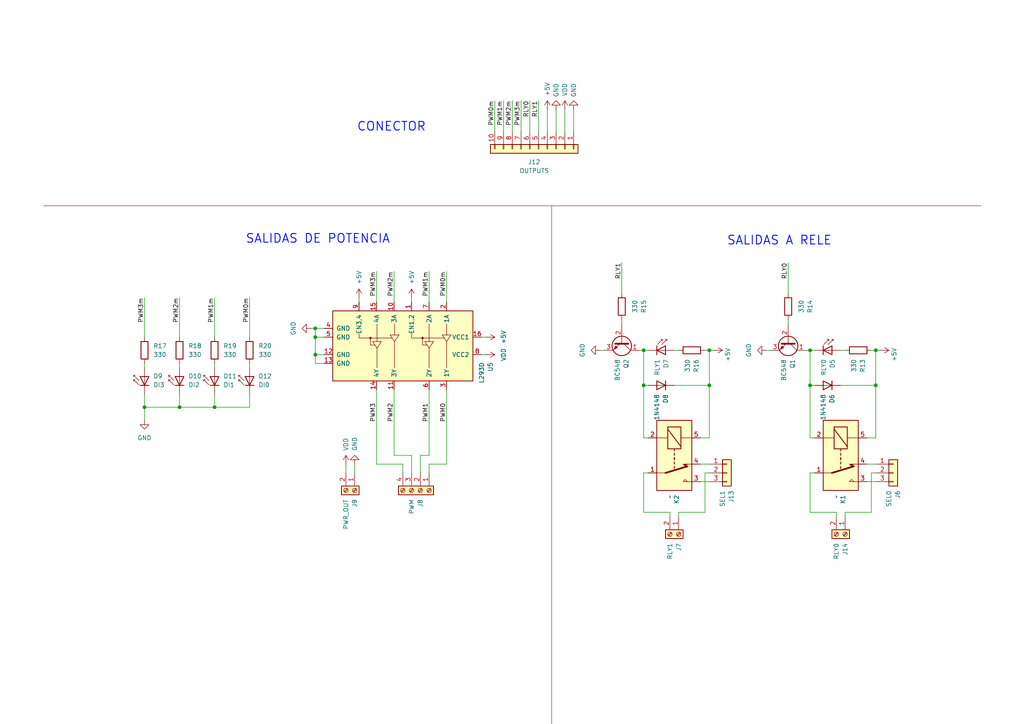
<source format=kicad_sch>
(kicad_sch (version 20231120) (generator "eeschema") (generator_version "8.0")
  (paper "A4")
  (lib_symbols
    (symbol "Codigo_lib:Relay"
      (property "Reference" "K" (at -1.016 -9.906 0))
      (symbol "Relay_0_0"
        (polyline (pts (xy 2.54 3.81) (xy 2.54 5.08)))
        (polyline (pts (xy 7.62 3.81) (xy 7.62 5.08)))
        (polyline (pts (xy 7.62 3.81) (xy 7.62 2.54) (xy 6.985 3.175) (xy 7.62 3.81)))
      )
      (symbol "Relay_0_1"
        (rectangle (start -10.16 5.08) (end 10.16 -5.08) (stroke (width 0.254)) (fill (type background)))
        (rectangle (start -8.255 1.905) (end -1.905 -1.905) (stroke (width 0.254)))
        (polyline (pts (xy -7.62 -1.905) (xy -2.54 1.905)) (stroke (width 0.254)))
        (polyline (pts (xy -5.08 -5.08) (xy -5.08 -1.905)))
        (polyline (pts (xy -5.08 5.08) (xy -5.08 1.905)))
        (polyline (pts (xy -1.905 0) (xy -1.27 0)) (stroke (width 0.254)))
        (polyline (pts (xy -0.635 0) (xy 0 0)) (stroke (width 0.254)))
        (polyline (pts (xy 0.635 0) (xy 1.27 0)) (stroke (width 0.254)))
        (polyline (pts (xy 0.635 0) (xy 1.27 0)) (stroke (width 0.254)))
        (polyline (pts (xy 1.905 0) (xy 2.54 0)) (stroke (width 0.254)))
        (polyline (pts (xy 3.175 0) (xy 3.81 0)) (stroke (width 0.254)))
        (polyline (pts (xy 5.08 -2.54) (xy 3.175 3.81)) (stroke (width 0.508)))
        (polyline (pts (xy 5.08 -2.54) (xy 5.08 -5.08)))
        (polyline (pts (xy 2.54 2.54) (xy 2.54 3.81) (xy 2.54 2.54) (xy 2.54 2.54) (xy 3.175 3.175) (xy 2.54 3.81)) (fill (type outline)))
      )
      (symbol "Relay_1_1"
        (pin passive line (at 5.08 -7.62 90) (length 2.54) (name "~") (number "1"))
        (pin passive line (at -5.08 -7.62 90) (length 2.54) (name "~") (number "2"))
        (pin passive line (at 7.62 7.62 270) (length 2.54) (name "~") (number "3"))
        (pin passive line (at 2.54 7.62 270) (length 2.54) (name "~") (number "4"))
        (pin passive line (at -5.08 7.62 270) (length 2.54) (name "~") (number "5"))
      )
    )
    (symbol "Connector:Screw_Terminal_01x02" (pin_names (offset 1.016) hide)
      (property "Reference" "J" (at 0 2.54 0))
      (property "Value" "Screw_Terminal_01x02" (at 0 -5.08 0))
      (symbol "Screw_Terminal_01x02_1_1"
        (rectangle (start -1.27 1.27) (end 1.27 -3.81) (stroke (width 0.254)) (fill (type background)))
        (circle (center 0 -2.54) (radius 0.635) (stroke (width 0.1524)))
        (polyline (pts (xy -0.5334 -2.2098) (xy 0.3302 -3.048)) (stroke (width 0.1524)))
        (polyline (pts (xy -0.5334 0.3302) (xy 0.3302 -0.508)) (stroke (width 0.1524)))
        (polyline (pts (xy -0.3556 -2.032) (xy 0.508 -2.8702)) (stroke (width 0.1524)))
        (polyline (pts (xy -0.3556 0.508) (xy 0.508 -0.3302)) (stroke (width 0.1524)))
        (circle (center 0 0) (radius 0.635) (stroke (width 0.1524)))
        (pin passive line (at -5.08 0 0) (length 3.81) (name "Pin_1") (number "1"))
        (pin passive line (at -5.08 -2.54 0) (length 3.81) (name "Pin_2") (number "2"))
      )
    )
    (symbol "Connector:Screw_Terminal_01x04" (pin_names (offset 1.016) hide)
      (property "Reference" "J" (at 0 5.08 0))
      (property "Value" "Screw_Terminal_01x04" (at 0 -7.62 0))
      (symbol "Screw_Terminal_01x04_1_1"
        (rectangle (start -1.27 3.81) (end 1.27 -6.35) (stroke (width 0.254)) (fill (type background)))
        (circle (center 0 -5.08) (radius 0.635) (stroke (width 0.1524)))
        (circle (center 0 -2.54) (radius 0.635) (stroke (width 0.1524)))
        (polyline (pts (xy -0.5334 -4.7498) (xy 0.3302 -5.588)) (stroke (width 0.1524)))
        (polyline (pts (xy -0.5334 -2.2098) (xy 0.3302 -3.048)) (stroke (width 0.1524)))
        (polyline (pts (xy -0.5334 0.3302) (xy 0.3302 -0.508)) (stroke (width 0.1524)))
        (polyline (pts (xy -0.5334 2.8702) (xy 0.3302 2.032)) (stroke (width 0.1524)))
        (polyline (pts (xy -0.3556 -4.572) (xy 0.508 -5.4102)) (stroke (width 0.1524)))
        (polyline (pts (xy -0.3556 -2.032) (xy 0.508 -2.8702)) (stroke (width 0.1524)))
        (polyline (pts (xy -0.3556 0.508) (xy 0.508 -0.3302)) (stroke (width 0.1524)))
        (polyline (pts (xy -0.3556 3.048) (xy 0.508 2.2098)) (stroke (width 0.1524)))
        (circle (center 0 0) (radius 0.635) (stroke (width 0.1524)))
        (circle (center 0 2.54) (radius 0.635) (stroke (width 0.1524)))
        (pin passive line (at -5.08 2.54 0) (length 3.81) (name "Pin_1") (number "1"))
        (pin passive line (at -5.08 0 0) (length 3.81) (name "Pin_2") (number "2"))
        (pin passive line (at -5.08 -2.54 0) (length 3.81) (name "Pin_3") (number "3"))
        (pin passive line (at -5.08 -5.08 0) (length 3.81) (name "Pin_4") (number "4"))
      )
    )
    (symbol "Connector_Generic:Conn_01x03" (pin_names (offset 1.016) hide)
      (property "Reference" "J" (at 0 5.08 0))
      (property "Value" "Conn_01x03" (at 0 -5.08 0))
      (symbol "Conn_01x03_1_1"
        (rectangle (start -1.27 -2.413) (end 0 -2.667) (stroke (width 0.1524)))
        (rectangle (start -1.27 0.127) (end 0 -0.127) (stroke (width 0.1524)))
        (rectangle (start -1.27 2.667) (end 0 2.413) (stroke (width 0.1524)))
        (rectangle (start -1.27 3.81) (end 1.27 -3.81) (stroke (width 0.254)) (fill (type background)))
        (pin passive line (at -5.08 2.54 0) (length 3.81) (name "Pin_1") (number "1"))
        (pin passive line (at -5.08 0 0) (length 3.81) (name "Pin_2") (number "2"))
        (pin passive line (at -5.08 -2.54 0) (length 3.81) (name "Pin_3") (number "3"))
      )
    )
    (symbol "Connector_Generic:Conn_01x10" (pin_names (offset 1.016) hide)
      (property "Reference" "J" (at 0 12.7 0))
      (property "Value" "Conn_01x10" (at 0 -15.24 0))
      (symbol "Conn_01x10_1_1"
        (rectangle (start -1.27 -12.573) (end 0 -12.827) (stroke (width 0.1524)))
        (rectangle (start -1.27 -10.033) (end 0 -10.287) (stroke (width 0.1524)))
        (rectangle (start -1.27 -7.493) (end 0 -7.747) (stroke (width 0.1524)))
        (rectangle (start -1.27 -4.953) (end 0 -5.207) (stroke (width 0.1524)))
        (rectangle (start -1.27 -2.413) (end 0 -2.667) (stroke (width 0.1524)))
        (rectangle (start -1.27 0.127) (end 0 -0.127) (stroke (width 0.1524)))
        (rectangle (start -1.27 2.667) (end 0 2.413) (stroke (width 0.1524)))
        (rectangle (start -1.27 5.207) (end 0 4.953) (stroke (width 0.1524)))
        (rectangle (start -1.27 7.747) (end 0 7.493) (stroke (width 0.1524)))
        (rectangle (start -1.27 10.287) (end 0 10.033) (stroke (width 0.1524)))
        (rectangle (start -1.27 11.43) (end 1.27 -13.97) (stroke (width 0.254)) (fill (type background)))
        (pin passive line (at -5.08 10.16 0) (length 3.81) (name "Pin_1") (number "1"))
        (pin passive line (at -5.08 -12.7 0) (length 3.81) (name "Pin_10") (number "10"))
        (pin passive line (at -5.08 7.62 0) (length 3.81) (name "Pin_2") (number "2"))
        (pin passive line (at -5.08 5.08 0) (length 3.81) (name "Pin_3") (number "3"))
        (pin passive line (at -5.08 2.54 0) (length 3.81) (name "Pin_4") (number "4"))
        (pin passive line (at -5.08 0 0) (length 3.81) (name "Pin_5") (number "5"))
        (pin passive line (at -5.08 -2.54 0) (length 3.81) (name "Pin_6") (number "6"))
        (pin passive line (at -5.08 -5.08 0) (length 3.81) (name "Pin_7") (number "7"))
        (pin passive line (at -5.08 -7.62 0) (length 3.81) (name "Pin_8") (number "8"))
        (pin passive line (at -5.08 -10.16 0) (length 3.81) (name "Pin_9") (number "9"))
      )
    )
    (symbol "Device:R" (pin_numbers hide) (pin_names (offset 0))
      (property "Reference" "R" (at 2.032 0 90))
      (property "Value" "R" (at 0 0 90))
      (symbol "R_0_1"
        (rectangle (start -1.016 -2.54) (end 1.016 2.54) (stroke (width 0.254)))
      )
      (symbol "R_1_1"
        (pin passive line (at 0 3.81 270) (length 1.27) (name "~") (number "1"))
        (pin passive line (at 0 -3.81 90) (length 1.27) (name "~") (number "2"))
      )
    )
    (symbol "Diode:1N4148" (pin_numbers hide) (pin_names hide)
      (property "Reference" "D" (at 0 2.54 0))
      (property "Value" "1N4148" (at 0 -2.54 0))
      (symbol "1N4148_0_1"
        (polyline (pts (xy -1.27 1.27) (xy -1.27 -1.27)) (stroke (width 0.254)))
        (polyline (pts (xy 1.27 0) (xy -1.27 0)))
        (polyline (pts (xy 1.27 1.27) (xy 1.27 -1.27) (xy -1.27 0) (xy 1.27 1.27)) (stroke (width 0.254)))
      )
      (symbol "1N4148_1_1"
        (pin passive line (at -3.81 0 0) (length 2.54) (name "K") (number "1"))
        (pin passive line (at 3.81 0 180) (length 2.54) (name "A") (number "2"))
      )
    )
    (symbol "Driver_Motor:L293D" (pin_names (offset 1.016))
      (property "Reference" "U" (at -5.08 26.035 0))
      (property "Value" "L293D" (at -5.08 24.13 0))
      (symbol "L293D_0_1"
        (rectangle (start -10.16 22.86) (end 10.16 -17.78) (stroke (width 0.254)) (fill (type background)))
        (circle (center -2.286 -6.858) (radius 0.254) (fill (type outline)))
        (circle (center -2.286 8.255) (radius 0.254) (fill (type outline)))
        (polyline (pts (xy -6.35 -4.953) (xy -1.27 -4.953)))
        (polyline (pts (xy -6.35 0.127) (xy -3.175 0.127)))
        (polyline (pts (xy -6.35 10.16) (xy -1.27 10.16)))
        (polyline (pts (xy -6.35 15.24) (xy -3.175 15.24)))
        (polyline (pts (xy -1.27 0.127) (xy 6.35 0.127)))
        (polyline (pts (xy -1.27 15.24) (xy 6.35 15.24)))
        (polyline (pts (xy 0.635 -4.953) (xy 6.35 -4.953)))
        (polyline (pts (xy 0.635 10.16) (xy 6.35 10.16)))
        (polyline (pts (xy -2.286 -6.858) (xy -0.254 -6.858) (xy -0.254 -5.588)))
        (polyline (pts (xy -2.286 -0.635) (xy -2.286 -10.16) (xy -3.556 -10.16)))
        (polyline (pts (xy -2.286 8.255) (xy -0.254 8.255) (xy -0.254 9.525)))
        (polyline (pts (xy -2.286 14.478) (xy -2.286 5.08) (xy -3.556 5.08)))
        (polyline (pts (xy -3.175 1.397) (xy -3.175 -1.143) (xy -1.27 0.127) (xy -3.175 1.397)))
        (polyline (pts (xy -3.175 16.51) (xy -3.175 13.97) (xy -1.27 15.24) (xy -3.175 16.51)))
        (polyline (pts (xy -1.27 -3.683) (xy -1.27 -6.223) (xy 0.635 -4.953) (xy -1.27 -3.683)))
        (polyline (pts (xy -1.27 11.43) (xy -1.27 8.89) (xy 0.635 10.16) (xy -1.27 11.43)))
      )
      (symbol "L293D_1_1"
        (pin input line (at -12.7 5.08 0) (length 2.54) (name "EN1,2") (number "1"))
        (pin input line (at -12.7 0 0) (length 2.54) (name "3A") (number "10"))
        (pin output line (at 12.7 0 180) (length 2.54) (name "3Y") (number "11"))
        (pin power_in line (at 2.54 -20.32 90) (length 2.54) (name "GND") (number "12"))
        (pin power_in line (at 5.08 -20.32 90) (length 2.54) (name "GND") (number "13"))
        (pin output line (at 12.7 -5.08 180) (length 2.54) (name "4Y") (number "14"))
        (pin input line (at -12.7 -5.08 0) (length 2.54) (name "4A") (number "15"))
        (pin power_in line (at -2.54 25.4 270) (length 2.54) (name "VCC1") (number "16"))
        (pin input line (at -12.7 15.24 0) (length 2.54) (name "1A") (number "2"))
        (pin output line (at 12.7 15.24 180) (length 2.54) (name "1Y") (number "3"))
        (pin power_in line (at -5.08 -20.32 90) (length 2.54) (name "GND") (number "4"))
        (pin power_in line (at -2.54 -20.32 90) (length 2.54) (name "GND") (number "5"))
        (pin output line (at 12.7 10.16 180) (length 2.54) (name "2Y") (number "6"))
        (pin input line (at -12.7 10.16 0) (length 2.54) (name "2A") (number "7"))
        (pin power_in line (at 2.54 25.4 270) (length 2.54) (name "VCC2") (number "8"))
        (pin input line (at -12.7 -10.16 0) (length 2.54) (name "EN3,4") (number "9"))
      )
    )
    (symbol "LED:IR204A" (pin_numbers hide) (pin_names (offset 1.016) hide)
      (property "Reference" "D" (at 0.508 1.778 0))
      (property "Value" "IR204A" (at -1.016 -2.794 0))
      (symbol "IR204A_0_1"
        (polyline (pts (xy -2.54 1.27) (xy -2.54 -1.27)) (stroke (width 0.254)))
        (polyline (pts (xy 0 0) (xy -2.54 0)))
        (polyline (pts (xy 0.381 3.175) (xy -0.127 3.175)))
        (polyline (pts (xy -1.143 1.651) (xy 0.381 3.175) (xy 0.381 2.667)))
        (polyline (pts (xy 0 1.27) (xy -2.54 0) (xy 0 -1.27) (xy 0 1.27)) (stroke (width 0.254)))
        (polyline (pts (xy -2.413 1.651) (xy -0.889 3.175) (xy -0.889 2.667) (xy -0.889 3.175) (xy -1.397 3.175)))
      )
      (symbol "IR204A_1_1"
        (pin passive line (at -5.08 0 0) (length 2.54) (name "K") (number "1"))
        (pin passive line (at 2.54 0 180) (length 2.54) (name "A") (number "2"))
      )
    )
    (symbol "Transistor_BJT:BC548" (pin_names (offset 0) hide)
      (property "Reference" "Q" (at 5.08 1.905 0))
      (property "Value" "BC548" (at 5.08 0 0))
      (symbol "BC548_0_1"
        (polyline (pts (xy 0 0) (xy 0.635 0)))
        (polyline (pts (xy 0.635 0.635) (xy 2.54 2.54)))
        (polyline (pts (xy 0.635 -0.635) (xy 2.54 -2.54) (xy 2.54 -2.54)))
        (polyline (pts (xy 0.635 1.905) (xy 0.635 -1.905) (xy 0.635 -1.905)) (stroke (width 0.508)))
        (polyline (pts (xy 1.27 -1.778) (xy 1.778 -1.27) (xy 2.286 -2.286) (xy 1.27 -1.778) (xy 1.27 -1.778)) (fill (type outline)))
        (circle (center 1.27 0) (radius 2.8194) (stroke (width 0.254)))
      )
      (symbol "BC548_1_1"
        (pin passive line (at 2.54 5.08 270) (length 2.54) (name "C") (number "1"))
        (pin input line (at -5.08 0 0) (length 5.08) (name "B") (number "2"))
        (pin passive line (at 2.54 -5.08 90) (length 2.54) (name "E") (number "3"))
      )
    )
    (symbol "power:+5V" (power) (pin_numbers hide) (pin_names (offset 0) hide)
      (property "Value" "+5V" (at 0 3.556 0))
      (symbol "+5V_0_1"
        (polyline (pts (xy -0.762 1.27) (xy 0 2.54)))
        (polyline (pts (xy 0 0) (xy 0 2.54)))
        (polyline (pts (xy 0 2.54) (xy 0.762 1.27)))
      )
      (symbol "+5V_1_1"
        (pin power_in line (at 0 0 90) (length 0) (name "~") (number "1"))
      )
    )
    (symbol "power:GND" (power) (pin_numbers hide) (pin_names (offset 0) hide)
      (property "Value" "GND" (at 0 -3.81 0))
      (symbol "GND_0_1"
        (polyline (pts (xy 0 0) (xy 0 -1.27) (xy 1.27 -1.27) (xy 0 -2.54) (xy -1.27 -1.27) (xy 0 -1.27)))
      )
      (symbol "GND_1_1"
        (pin power_in line (at 0 0 270) (length 0) (name "~") (number "1"))
      )
    )
    (symbol "power:VDD" (power) (pin_numbers hide) (pin_names (offset 0) hide)
      (property "Value" "VDD" (at 0 3.556 0))
      (symbol "VDD_0_1"
        (polyline (pts (xy -0.762 1.27) (xy 0 2.54)))
        (polyline (pts (xy 0 0) (xy 0 2.54)))
        (polyline (pts (xy 0 2.54) (xy 0.762 1.27)))
      )
      (symbol "VDD_1_1"
        (pin power_in line (at 0 0 90) (length 0) (name "~") (number "1"))
      )
    )
  )
  (junction (at 205.74 101.6))
  (junction (at 234.95 111.76))
  (junction (at 52.07 118.11))
  (junction (at 186.69 101.6))
  (junction (at 205.74 111.76))
  (junction (at 254 111.76))
  (junction (at 254 101.6))
  (junction (at 91.44 102.87))
  (junction (at 41.91 118.11))
  (junction (at 234.95 101.6))
  (junction (at 91.44 97.79))
  (junction (at 62.23 118.11))
  (junction (at 91.44 95.25))
  (junction (at 186.69 111.76))
  (wire (pts (xy 254 139.7) (xy 251.46 139.7)))
  (wire (pts (xy 236.22 101.6) (xy 234.95 101.6)))
  (wire (pts (xy 140.97 97.79) (xy 139.7 97.79)))
  (wire (pts (xy 72.39 114.3) (xy 72.39 118.11)))
  (wire (pts (xy 93.98 97.79) (xy 91.44 97.79)))
  (wire (pts (xy 104.14 86.36) (xy 104.14 87.63)))
  (wire (pts (xy 187.96 111.76) (xy 186.69 111.76)))
  (wire (pts (xy 116.84 134.62) (xy 116.84 137.16)))
  (wire (pts (xy 205.74 111.76) (xy 205.74 127)))
  (wire (pts (xy 180.34 92.71) (xy 180.34 93.98)))
  (wire (pts (xy 119.38 86.36) (xy 119.38 87.63)))
  (wire (pts (xy 254 137.16) (xy 252.73 137.16)))
  (wire (pts (xy 91.44 95.25) (xy 93.98 95.25)))
  (wire (pts (xy 140.97 102.87) (xy 139.7 102.87)))
  (wire (pts (xy 186.69 101.6) (xy 185.42 101.6)))
  (wire (pts (xy 100.33 134.62) (xy 100.33 137.16)))
  (wire (pts (xy 254 111.76) (xy 254 127)))
  (wire (pts (xy 204.47 137.16) (xy 204.47 148.59)))
  (wire (pts (xy 205.74 137.16) (xy 204.47 137.16)))
  (wire (pts (xy 205.74 139.7) (xy 203.2 139.7)))
  (wire (pts (xy 148.59 38.1) (xy 148.59 29.21)))
  (wire (pts (xy 205.74 101.6) (xy 204.47 101.6)))
  (wire (pts (xy 72.39 105.41) (xy 72.39 106.68)))
  (wire (pts (xy 156.21 38.1) (xy 156.21 29.21)))
  (wire (pts (xy 119.38 132.08) (xy 114.3 132.08)))
  (wire (pts (xy 245.11 101.6) (xy 243.84 101.6)))
  (polyline (pts (xy 284.48 59.69) (xy 12.7 59.69)) (stroke (width 0) (color 163 50 72 1)))
  (wire (pts (xy 161.29 38.1) (xy 161.29 31.75)))
  (wire (pts (xy 251.46 127) (xy 254 127)))
  (wire (pts (xy 194.31 148.59) (xy 186.69 148.59)))
  (wire (pts (xy 124.46 132.08) (xy 121.92 132.08)))
  (wire (pts (xy 52.07 105.41) (xy 52.07 106.68)))
  (wire (pts (xy 91.44 97.79) (xy 91.44 102.87)))
  (wire (pts (xy 243.84 111.76) (xy 254 111.76)))
  (wire (pts (xy 254 134.62) (xy 251.46 134.62)))
  (wire (pts (xy 252.73 148.59) (xy 252.73 137.16)))
  (wire (pts (xy 205.74 111.76) (xy 205.74 101.6)))
  (wire (pts (xy 91.44 102.87) (xy 91.44 105.41)))
  (wire (pts (xy 91.44 95.25) (xy 91.44 97.79)))
  (wire (pts (xy 41.91 86.36) (xy 41.91 97.79)))
  (wire (pts (xy 234.95 127) (xy 236.22 127)))
  (wire (pts (xy 121.92 132.08) (xy 121.92 137.16)))
  (wire (pts (xy 93.98 102.87) (xy 91.44 102.87)))
  (wire (pts (xy 204.47 148.59) (xy 196.85 148.59)))
  (wire (pts (xy 124.46 113.03) (xy 124.46 132.08)))
  (wire (pts (xy 72.39 86.36) (xy 72.39 97.79)))
  (wire (pts (xy 207.01 101.6) (xy 205.74 101.6)))
  (wire (pts (xy 114.3 78.74) (xy 114.3 87.63)))
  (wire (pts (xy 228.6 76.2) (xy 228.6 85.09)))
  (wire (pts (xy 196.85 148.59) (xy 196.85 149.86)))
  (wire (pts (xy 186.69 148.59) (xy 186.69 137.16)))
  (wire (pts (xy 124.46 78.74) (xy 124.46 87.63)))
  (wire (pts (xy 129.54 113.03) (xy 129.54 134.62)))
  (wire (pts (xy 254 111.76) (xy 254 101.6)))
  (wire (pts (xy 186.69 127) (xy 186.69 111.76)))
  (wire (pts (xy 245.11 149.86) (xy 245.11 148.59)))
  (polyline (pts (xy 160.02 59.69) (xy 160.02 212.09)) (stroke (width 0) (color 163 50 72 1)))
  (wire (pts (xy 228.6 92.71) (xy 228.6 93.98)))
  (wire (pts (xy 175.26 101.6) (xy 173.99 101.6)))
  (wire (pts (xy 242.57 148.59) (xy 242.57 149.86)))
  (wire (pts (xy 41.91 118.11) (xy 52.07 118.11)))
  (wire (pts (xy 205.74 134.62) (xy 203.2 134.62)))
  (wire (pts (xy 194.31 149.86) (xy 194.31 148.59)))
  (wire (pts (xy 186.69 101.6) (xy 186.69 111.76)))
  (wire (pts (xy 234.95 148.59) (xy 234.95 137.16)))
  (wire (pts (xy 62.23 105.41) (xy 62.23 106.68)))
  (wire (pts (xy 62.23 118.11) (xy 72.39 118.11)))
  (wire (pts (xy 254 101.6) (xy 252.73 101.6)))
  (wire (pts (xy 109.22 134.62) (xy 116.84 134.62)))
  (wire (pts (xy 41.91 105.41) (xy 41.91 106.68)))
  (wire (pts (xy 223.52 101.6) (xy 222.25 101.6)))
  (wire (pts (xy 41.91 118.11) (xy 41.91 121.92)))
  (wire (pts (xy 187.96 137.16) (xy 186.69 137.16)))
  (wire (pts (xy 52.07 86.36) (xy 52.07 97.79)))
  (wire (pts (xy 236.22 111.76) (xy 234.95 111.76)))
  (wire (pts (xy 187.96 127) (xy 186.69 127)))
  (wire (pts (xy 114.3 113.03) (xy 114.3 132.08)))
  (wire (pts (xy 143.51 38.1) (xy 143.51 29.21)))
  (wire (pts (xy 245.11 148.59) (xy 252.73 148.59)))
  (wire (pts (xy 180.34 76.2) (xy 180.34 85.09)))
  (wire (pts (xy 41.91 114.3) (xy 41.91 118.11)))
  (wire (pts (xy 166.37 38.1) (xy 166.37 31.75)))
  (wire (pts (xy 151.13 38.1) (xy 151.13 29.21)))
  (wire (pts (xy 62.23 114.3) (xy 62.23 118.11)))
  (wire (pts (xy 109.22 78.74) (xy 109.22 87.63)))
  (wire (pts (xy 195.58 111.76) (xy 205.74 111.76)))
  (wire (pts (xy 187.96 101.6) (xy 186.69 101.6)))
  (wire (pts (xy 119.38 137.16) (xy 119.38 132.08)))
  (wire (pts (xy 153.67 38.1) (xy 153.67 29.21)))
  (wire (pts (xy 146.05 38.1) (xy 146.05 29.21)))
  (wire (pts (xy 62.23 86.36) (xy 62.23 97.79)))
  (wire (pts (xy 129.54 78.74) (xy 129.54 87.63)))
  (wire (pts (xy 109.22 113.03) (xy 109.22 134.62)))
  (wire (pts (xy 124.46 134.62) (xy 129.54 134.62)))
  (wire (pts (xy 124.46 137.16) (xy 124.46 134.62)))
  (wire (pts (xy 163.83 38.1) (xy 163.83 31.75)))
  (wire (pts (xy 52.07 118.11) (xy 62.23 118.11)))
  (wire (pts (xy 242.57 148.59) (xy 234.95 148.59)))
  (wire (pts (xy 93.98 105.41) (xy 91.44 105.41)))
  (wire (pts (xy 158.75 38.1) (xy 158.75 31.75)))
  (wire (pts (xy 102.87 134.62) (xy 102.87 137.16)))
  (wire (pts (xy 234.95 101.6) (xy 234.95 111.76)))
  (wire (pts (xy 203.2 127) (xy 205.74 127)))
  (wire (pts (xy 234.95 111.76) (xy 234.95 127)))
  (wire (pts (xy 196.85 101.6) (xy 195.58 101.6)))
  (wire (pts (xy 233.68 101.6) (xy 234.95 101.6)))
  (wire (pts (xy 255.27 101.6) (xy 254 101.6)))
  (wire (pts (xy 90.17 95.25) (xy 91.44 95.25)))
  (wire (pts (xy 52.07 114.3) (xy 52.07 118.11)))
  (wire (pts (xy 236.22 137.16) (xy 234.95 137.16)))
  (text "SALIDAS DE POTENCIA" (at 92.202 69.342 0) (effects (font (size 2.54 2.54) (thickness 0.254) (bold yes))))
  (text "SALIDAS A RELE" (at 226.06 69.85 0) (effects (font (size 2.54 2.54) (thickness 0.254) (bold yes))))
  (text "CONECTOR" (at 113.538 36.83 0) (effects (font (size 2.54 2.54) (thickness 0.254) (bold yes))))
  (label "PWM2m" (at 114.3 78.74 270))
  (label "RLY1" (at 156.21 29.21 270))
  (label "PWM1" (at 124.46 116.84 270))
  (label "PWM1m" (at 146.05 29.21 270))
  (label "PWM2m" (at 52.07 86.36 270))
  (label "RLY0" (at 153.67 29.21 270))
  (label "PWM0m" (at 129.54 78.74 270))
  (label "PWM0m" (at 143.51 29.21 270))
  (label "PWM3m" (at 109.22 78.74 270))
  (label "PWM3m" (at 41.91 86.36 270))
  (label "PWM2" (at 114.3 116.84 270))
  (label "PWM0m" (at 72.39 86.36 270))
  (label "PWM2m" (at 148.59 29.21 270))
  (label "PWM1m" (at 62.23 86.36 270))
  (label "RLY0" (at 228.6 76.2 270))
  (label "PWM0" (at 129.54 116.84 270))
  (label "PWM1m" (at 124.46 78.74 270))
  (label "PWM3m" (at 151.13 29.21 270))
  (label "RLY1" (at 180.34 76.2 270))
  (label "PWM3" (at 109.22 116.84 270))
  (symbol (lib_id "power:+5V") (at 119.38 86.36 0) (unit 1)
    (property "Reference" "#PWR034" (effects (hide yes)))
    (property "Value" "+5V" (at 119.3801 82.55 90) (effects (justify left)))
    (property "Description" "Power symbol creates a global label with name \"+5V\"" (effects (hide yes)))
  )
  (symbol (lib_id "Connector:Screw_Terminal_01x02") (at 196.85 154.94 270) (unit 1)
    (property "Reference" "J7" (at 196.8501 157.48 0) (effects (justify left)))
    (property "Value" "RLY1" (at 194.3101 157.48 0) (effects (justify left)))
    (property "Footprint" "Borneras:TerminalBlock_Altech_AK300-2_P5.00mm" (effects (hide yes)))
    (property "Description" "Generic screw terminal, single row, 01x02, script generated (kicad-library-utils/schlib/autogen/connector/)" (effects (hide yes)))
  )
  (symbol (lib_id "LED:IR204A") (at 241.3 101.6 0) (unit 1)
    (property "Reference" "D5" (at 241.4271 104.14 90) (effects (justify right)))
    (property "Value" "RLY0" (at 238.8871 104.14 90) (effects (justify right)))
    (property "Footprint" "LED_THT:LED_D3.0mm_IRBlack" (effects (hide yes)))
    (property "Datasheet" "http://www.everlight.com/file/ProductFile/IR204-A.pdf" (effects (hide yes)))
    (property "Description" "Infrared LED , 3mm LED package" (effects (hide yes)))
  )
  (symbol (lib_id "power:GND") (at 173.99 101.6 270) (unit 1)
    (property "Reference" "#PWR033" (effects (hide yes)))
    (property "Value" "GND" (at 168.91 101.6 0))
    (property "Description" "Power symbol creates a global label with name \"GND\" , ground" (effects (hide yes)))
  )
  (symbol (lib_id "Transistor_BJT:BC548") (at 180.34 99.06 270) (unit 1)
    (property "Reference" "Q2" (at 181.6101 104.14 0) (effects (justify left)))
    (property "Value" "BC548" (at 179.0701 104.14 0) (effects (justify left)))
    (property "Footprint" "Package_TO_SOT_THT:TO-92L_Inline_Wide" (effects (hide yes)))
    (property "Datasheet" "https://www.onsemi.com/pub/Collateral/BC550-D.pdf" (effects (hide yes)))
    (property "Description" "0.1A Ic, 30V Vce, Small Signal NPN Transistor, TO-92" (effects (hide yes)))
  )
  (symbol (lib_id "Device:R") (at 72.39 101.6 180) (unit 1)
    (property "Reference" "R20" (at 74.93 100.3299 0) (effects (justify right)))
    (property "Value" "330" (at 74.93 102.8699 0) (effects (justify right)))
    (property "Footprint" "Resistor_THT:R_Axial_DIN0207_L6.3mm_D2.5mm_P7.62mm_Horizontal" (effects (hide yes)))
    (property "Description" "Resistor" (effects (hide yes)))
  )
  (symbol (lib_id "power:VDD") (at 140.97 102.87 270) (unit 1)
    (property "Reference" "#PWR037" (effects (hide yes)))
    (property "Value" "VDD" (at 146.05 102.87 0))
    (property "Description" "Power symbol creates a global label with name \"VDD\"" (effects (hide yes)))
  )
  (symbol (lib_id "Codigo_lib:Relay") (at 195.58 132.08 270) (unit 1)
    (property "Reference" "K2" (at 196.2151 143.51 0) (effects (justify left)))
    (property "Value" "~" (at 194.31 143.51 0) (effects (justify left)))
    (property "Footprint" "Codigo_lib:Relay" (effects (hide yes)))
  )
  (symbol (lib_id "Connector:Screw_Terminal_01x02") (at 102.87 142.24 270) (unit 1)
    (property "Reference" "J9" (at 102.8701 144.78 0) (effects (justify left)))
    (property "Value" "PWR_OUT" (at 100.3301 144.78 0) (effects (justify left)))
    (property "Footprint" "Borneras:TerminalBlock_Altech_AK300-2_P5.00mm" (effects (hide yes)))
    (property "Description" "Generic screw terminal, single row, 01x02, script generated (kicad-library-utils/schlib/autogen/connector/)" (effects (hide yes)))
  )
  (symbol (lib_id "power:VDD") (at 163.83 31.75 0) (mirror y) (unit 1)
    (property "Reference" "#PWR03" (effects (hide yes)))
    (property "Value" "VDD" (at 163.8301 27.94 90) (effects (justify left)))
    (property "Description" "Power symbol creates a global label with name \"VDD\"" (effects (hide yes)))
  )
  (symbol (lib_id "power:+5V") (at 104.14 86.36 0) (unit 1)
    (property "Reference" "#PWR035" (effects (hide yes)))
    (property "Value" "+5V" (at 104.1401 82.55 90) (effects (justify left)))
    (property "Description" "Power symbol creates a global label with name \"+5V\"" (effects (hide yes)))
  )
  (symbol (lib_id "Connector_Generic:Conn_01x03") (at 259.08 137.16 0) (unit 1)
    (property "Reference" "J6" (at 260.3501 142.24 90) (effects (justify right)))
    (property "Value" "SEL0" (at 257.8101 142.24 90) (effects (justify right)))
    (property "Footprint" "Connector_PinHeader_2.54mm:PinHeader_1x03_P2.54mm_Vertical" (effects (hide yes)))
    (property "Description" "Generic connector, single row, 01x03, script generated (kicad-library-utils/schlib/autogen/connector/)" (effects (hide yes)))
  )
  (symbol (lib_id "Driver_Motor:L293D") (at 114.3 100.33 270) (unit 1)
    (property "Reference" "U5" (at 142.24 105.0641 0) (effects (justify left)))
    (property "Value" "L293D" (at 139.7 105.0641 0) (effects (justify left)))
    (property "Footprint" "Package_DIP:DIP-16_W7.62mm_LongPads" (effects (hide yes)))
    (property "Datasheet" "http://www.ti.com/lit/ds/symlink/l293.pdf" (effects (hide yes)))
    (property "Description" "Quadruple Half-H Drivers" (effects (hide yes)))
  )
  (symbol (lib_id "power:+5V") (at 255.27 101.6 270) (unit 1)
    (property "Reference" "#PWR030" (effects (hide yes)))
    (property "Value" "+5V" (at 259.334 102.87 0))
    (property "Description" "Power symbol creates a global label with name \"+5V\"" (effects (hide yes)))
  )
  (symbol (lib_id "Codigo_lib:Relay") (at 243.84 132.08 270) (unit 1)
    (property "Reference" "K1" (at 244.4751 143.51 0) (effects (justify left)))
    (property "Value" "~" (at 242.57 143.51 0) (effects (justify left)))
    (property "Footprint" "Codigo_lib:Relay" (effects (hide yes)))
  )
  (symbol (lib_id "power:GND") (at 90.17 95.25 270) (unit 1)
    (property "Reference" "#PWR036" (effects (hide yes)))
    (property "Value" "GND" (at 85.09 95.25 0))
    (property "Description" "Power symbol creates a global label with name \"GND\" , ground" (effects (hide yes)))
  )
  (symbol (lib_id "Connector_Generic:Conn_01x03") (at 210.82 137.16 0) (unit 1)
    (property "Reference" "J13" (at 212.0901 142.24 90) (effects (justify right)))
    (property "Value" "SEL1" (at 209.5501 142.24 90) (effects (justify right)))
    (property "Footprint" "Connector_PinHeader_2.54mm:PinHeader_1x03_P2.54mm_Vertical" (effects (hide yes)))
    (property "Description" "Generic connector, single row, 01x03, script generated (kicad-library-utils/schlib/autogen/connector/)" (effects (hide yes)))
  )
  (symbol (lib_id "power:GND") (at 222.25 101.6 270) (unit 1)
    (property "Reference" "#PWR031" (effects (hide yes)))
    (property "Value" "GND" (at 217.17 101.6 0))
    (property "Description" "Power symbol creates a global label with name \"GND\" , ground" (effects (hide yes)))
  )
  (symbol (lib_id "power:GND") (at 41.91 121.92 0) (unit 1)
    (property "Reference" "#PWR041" (effects (hide yes)))
    (property "Value" "GND" (at 41.91 127 0))
    (property "Description" "Power symbol creates a global label with name \"GND\" , ground" (effects (hide yes)))
  )
  (symbol (lib_id "LED:IR204A") (at 62.23 109.22 90) (unit 1)
    (property "Reference" "D11" (at 64.77 109.0929 90) (effects (justify right)))
    (property "Value" "DI1" (at 64.77 111.6329 90) (effects (justify right)))
    (property "Footprint" "LED_THT:LED_D3.0mm_IRBlack" (effects (hide yes)))
    (property "Datasheet" "http://www.everlight.com/file/ProductFile/IR204-A.pdf" (effects (hide yes)))
    (property "Description" "Infrared LED , 3mm LED package" (effects (hide yes)))
  )
  (symbol (lib_id "Device:R") (at 228.6 88.9 180) (unit 1)
    (property "Reference" "R14" (at 234.95 88.9 90))
    (property "Value" "330" (at 232.41 88.9 90))
    (property "Footprint" "Resistor_THT:R_Axial_DIN0207_L6.3mm_D2.5mm_P7.62mm_Horizontal" (effects (hide yes)))
    (property "Description" "Resistor" (effects (hide yes)))
  )
  (symbol (lib_id "LED:IR204A") (at 41.91 109.22 90) (unit 1)
    (property "Reference" "D9" (at 44.45 109.0929 90) (effects (justify right)))
    (property "Value" "DI3" (at 44.45 111.6329 90) (effects (justify right)))
    (property "Footprint" "LED_THT:LED_D3.0mm_IRBlack" (effects (hide yes)))
    (property "Datasheet" "http://www.everlight.com/file/ProductFile/IR204-A.pdf" (effects (hide yes)))
    (property "Description" "Infrared LED , 3mm LED package" (effects (hide yes)))
  )
  (symbol (lib_id "power:GND") (at 166.37 31.75 0) (mirror x) (unit 1)
    (property "Reference" "#PWR04" (effects (hide yes)))
    (property "Value" "GND" (at 166.37 26.162 90))
    (property "Description" "Power symbol creates a global label with name \"GND\" , ground" (effects (hide yes)))
  )
  (symbol (lib_id "power:+5V") (at 158.75 31.75 0) (mirror y) (unit 1)
    (property "Reference" "#PWR01" (effects (hide yes)))
    (property "Value" "+5V" (at 158.7501 27.94 90) (effects (justify left)))
    (property "Description" "Power symbol creates a global label with name \"+5V\"" (effects (hide yes)))
  )
  (symbol (lib_id "Device:R") (at 248.92 101.6 90) (unit 1)
    (property "Reference" "R13" (at 250.1901 104.14 0) (effects (justify right)))
    (property "Value" "330" (at 247.6501 104.14 0) (effects (justify right)))
    (property "Footprint" "Resistor_THT:R_Axial_DIN0207_L6.3mm_D2.5mm_P7.62mm_Horizontal" (effects (hide yes)))
    (property "Description" "Resistor" (effects (hide yes)))
  )
  (symbol (lib_id "LED:IR204A") (at 72.39 109.22 90) (unit 1)
    (property "Reference" "D12" (at 74.93 109.0929 90) (effects (justify right)))
    (property "Value" "DI0" (at 74.93 111.6329 90) (effects (justify right)))
    (property "Footprint" "LED_THT:LED_D3.0mm_IRBlack" (effects (hide yes)))
    (property "Datasheet" "http://www.everlight.com/file/ProductFile/IR204-A.pdf" (effects (hide yes)))
    (property "Description" "Infrared LED , 3mm LED package" (effects (hide yes)))
  )
  (symbol (lib_id "Device:R") (at 200.66 101.6 90) (unit 1)
    (property "Reference" "R16" (at 201.9301 104.14 0) (effects (justify right)))
    (property "Value" "330" (at 199.3901 104.14 0) (effects (justify right)))
    (property "Footprint" "Resistor_THT:R_Axial_DIN0207_L6.3mm_D2.5mm_P7.62mm_Horizontal" (effects (hide yes)))
    (property "Description" "Resistor" (effects (hide yes)))
  )
  (symbol (lib_id "Connector:Screw_Terminal_01x04") (at 121.92 142.24 270) (unit 1)
    (property "Reference" "J8" (at 121.9201 144.78 0) (effects (justify left)))
    (property "Value" "PWM" (at 119.3801 144.78 0) (effects (justify left)))
    (property "Footprint" "Borneras:TerminalBlock_Altech_AK300-4_P5.00mm" (effects (hide yes)))
    (property "Description" "Generic screw terminal, single row, 01x04, script generated (kicad-library-utils/schlib/autogen/connector/)" (effects (hide yes)))
  )
  (symbol (lib_id "power:GND") (at 161.29 31.75 0) (mirror x) (unit 1)
    (property "Reference" "#PWR02" (effects (hide yes)))
    (property "Value" "GND" (at 161.29 26.162 90))
    (property "Description" "Power symbol creates a global label with name \"GND\" , ground" (effects (hide yes)))
  )
  (symbol (lib_id "Connector:Screw_Terminal_01x02") (at 245.11 154.94 270) (unit 1)
    (property "Reference" "J14" (at 245.1101 157.48 0) (effects (justify left)))
    (property "Value" "RLY0" (at 242.5701 157.48 0) (effects (justify left)))
    (property "Footprint" "Borneras:TerminalBlock_Altech_AK300-2_P5.00mm" (effects (hide yes)))
    (property "Description" "Generic screw terminal, single row, 01x02, script generated (kicad-library-utils/schlib/autogen/connector/)" (effects (hide yes)))
  )
  (symbol (lib_id "Transistor_BJT:BC548") (at 228.6 99.06 270) (unit 1)
    (property "Reference" "Q1" (at 229.8701 104.14 0) (effects (justify left)))
    (property "Value" "BC548" (at 227.3301 104.14 0) (effects (justify left)))
    (property "Footprint" "Package_TO_SOT_THT:TO-92L_Inline_Wide" (effects (hide yes)))
    (property "Datasheet" "https://www.onsemi.com/pub/Collateral/BC550-D.pdf" (effects (hide yes)))
    (property "Description" "0.1A Ic, 30V Vce, Small Signal NPN Transistor, TO-92" (effects (hide yes)))
  )
  (symbol (lib_id "Device:R") (at 62.23 101.6 180) (unit 1)
    (property "Reference" "R19" (at 64.77 100.3299 0) (effects (justify right)))
    (property "Value" "330" (at 64.77 102.87 0) (effects (justify right)))
    (property "Footprint" "Resistor_THT:R_Axial_DIN0207_L6.3mm_D2.5mm_P7.62mm_Horizontal" (effects (hide yes)))
    (property "Description" "Resistor" (effects (hide yes)))
  )
  (symbol (lib_id "power:+5V") (at 140.97 97.79 270) (unit 1)
    (property "Reference" "#PWR038" (effects (hide yes)))
    (property "Value" "+5V" (at 146.05 97.79 0))
    (property "Description" "Power symbol creates a global label with name \"+5V\"" (effects (hide yes)))
  )
  (symbol (lib_id "LED:IR204A") (at 52.07 109.22 90) (unit 1)
    (property "Reference" "D10" (at 54.61 109.0929 90) (effects (justify right)))
    (property "Value" "DI2" (at 54.61 111.6329 90) (effects (justify right)))
    (property "Footprint" "LED_THT:LED_D3.0mm_IRBlack" (effects (hide yes)))
    (property "Datasheet" "http://www.everlight.com/file/ProductFile/IR204-A.pdf" (effects (hide yes)))
    (property "Description" "Infrared LED , 3mm LED package" (effects (hide yes)))
  )
  (symbol (lib_id "power:GND") (at 102.87 134.62 180) (unit 1)
    (property "Reference" "#PWR040" (effects (hide yes)))
    (property "Value" "GND" (at 102.8701 130.81 90) (effects (justify right)))
    (property "Description" "Power symbol creates a global label with name \"GND\" , ground" (effects (hide yes)))
  )
  (symbol (lib_id "Diode:1N4148") (at 191.77 111.76 180) (unit 1)
    (property "Reference" "D8" (at 193.0401 114.3 90) (effects (justify left)))
    (property "Value" "1N4148" (at 190.5001 114.3 90) (effects (justify left)))
    (property "Footprint" "Diode_THT:D_DO-35_SOD27_P7.62mm_Horizontal" (effects (hide yes)))
    (property "Datasheet" "https://assets.nexperia.com/documents/data-sheet/1N4148_1N4448.pdf" (effects (hide yes)))
    (property "Description" "100V 0.15A standard switching diode, DO-35" (effects (hide yes)))
    (property "Sim.Device" "D" (effects (hide yes)))
    (property "Sim.Pins" "1=K 2=A" (effects (hide yes)))
  )
  (symbol (lib_id "LED:IR204A") (at 193.04 101.6 0) (unit 1)
    (property "Reference" "D7" (at 193.1671 104.14 90) (effects (justify right)))
    (property "Value" "RLY1" (at 190.6271 104.14 90) (effects (justify right)))
    (property "Footprint" "LED_THT:LED_D3.0mm_IRBlack" (effects (hide yes)))
    (property "Datasheet" "http://www.everlight.com/file/ProductFile/IR204-A.pdf" (effects (hide yes)))
    (property "Description" "Infrared LED , 3mm LED package" (effects (hide yes)))
  )
  (symbol (lib_id "Device:R") (at 41.91 101.6 180) (unit 1)
    (property "Reference" "R17" (at 44.45 100.3299 0) (effects (justify right)))
    (property "Value" "330" (at 44.45 102.8699 0) (effects (justify right)))
    (property "Footprint" "Resistor_THT:R_Axial_DIN0207_L6.3mm_D2.5mm_P7.62mm_Horizontal" (effects (hide yes)))
    (property "Description" "Resistor" (effects (hide yes)))
  )
  (symbol (lib_id "power:+5V") (at 207.01 101.6 270) (unit 1)
    (property "Reference" "#PWR032" (effects (hide yes)))
    (property "Value" "+5V" (at 211.074 102.87 0))
    (property "Description" "Power symbol creates a global label with name \"+5V\"" (effects (hide yes)))
  )
  (symbol (lib_id "Diode:1N4148") (at 240.03 111.76 180) (unit 1)
    (property "Reference" "D6" (at 241.3001 114.3 90) (effects (justify left)))
    (property "Value" "1N4148" (at 238.7601 114.3 90) (effects (justify left)))
    (property "Footprint" "Diode_THT:D_DO-35_SOD27_P7.62mm_Horizontal" (effects (hide yes)))
    (property "Datasheet" "https://assets.nexperia.com/documents/data-sheet/1N4148_1N4448.pdf" (effects (hide yes)))
    (property "Description" "100V 0.15A standard switching diode, DO-35" (effects (hide yes)))
    (property "Sim.Device" "D" (effects (hide yes)))
    (property "Sim.Pins" "1=K 2=A" (effects (hide yes)))
  )
  (symbol (lib_id "Device:R") (at 180.34 88.9 180) (unit 1)
    (property "Reference" "R15" (at 186.69 88.9 90))
    (property "Value" "330" (at 184.15 88.9 90))
    (property "Footprint" "Resistor_THT:R_Axial_DIN0207_L6.3mm_D2.5mm_P7.62mm_Horizontal" (effects (hide yes)))
    (property "Description" "Resistor" (effects (hide yes)))
  )
  (symbol (lib_id "power:VDD") (at 100.33 134.62 0) (unit 1)
    (property "Reference" "#PWR039" (effects (hide yes)))
    (property "Value" "VDD" (at 100.3301 130.81 90) (effects (justify left)))
    (property "Description" "Power symbol creates a global label with name \"VDD\"" (effects (hide yes)))
  )
  (symbol (lib_id "Connector_Generic:Conn_01x10") (at 156.21 43.18 270) (unit 1)
    (property "Reference" "J12" (at 154.94 46.99 90))
    (property "Value" "OUTPUTS" (at 154.94 49.53 90))
    (property "Footprint" "Connector_PinHeader_2.54mm:PinHeader_1x10_P2.54mm_Vertical" (effects (hide yes)))
    (property "Description" "Generic connector, single row, 01x10, script generated (kicad-library-utils/schlib/autogen/connector/)" (effects (hide yes)))
  )
  (symbol (lib_id "Device:R") (at 52.07 101.6 180) (unit 1)
    (property "Reference" "R18" (at 54.61 100.3299 0) (effects (justify right)))
    (property "Value" "330" (at 54.61 102.8699 0) (effects (justify right)))
    (property "Footprint" "Resistor_THT:R_Axial_DIN0207_L6.3mm_D2.5mm_P7.62mm_Horizontal" (effects (hide yes)))
    (property "Description" "Resistor" (effects (hide yes)))
  )
)
</source>
